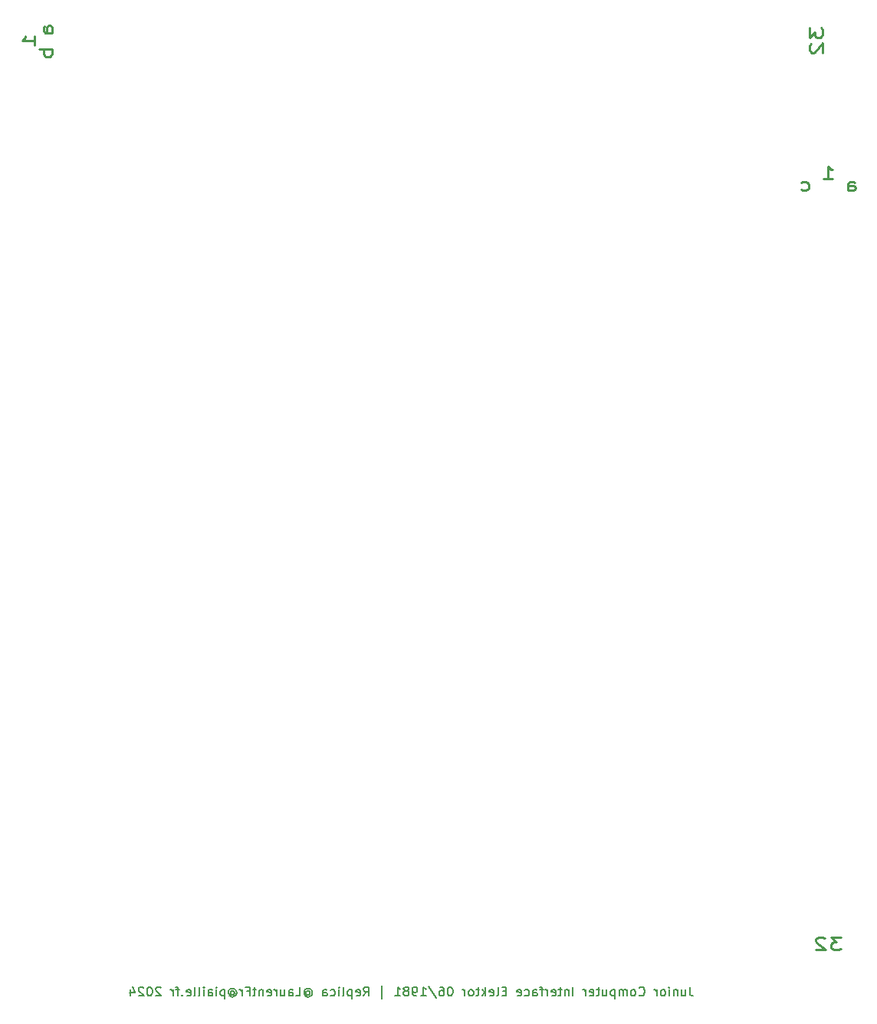
<source format=gbr>
G04 #@! TF.GenerationSoftware,KiCad,Pcbnew,8.0.2*
G04 #@! TF.CreationDate,2024-11-11T11:32:27+01:00*
G04 #@! TF.ProjectId,junior-interface,6a756e69-6f72-42d6-996e-746572666163,rev?*
G04 #@! TF.SameCoordinates,Original*
G04 #@! TF.FileFunction,Legend,Bot*
G04 #@! TF.FilePolarity,Positive*
%FSLAX46Y46*%
G04 Gerber Fmt 4.6, Leading zero omitted, Abs format (unit mm)*
G04 Created by KiCad (PCBNEW 8.0.2) date 2024-11-11 11:32:27*
%MOMM*%
%LPD*%
G01*
G04 APERTURE LIST*
%ADD10C,0.150000*%
%ADD11C,0.250000*%
G04 APERTURE END LIST*
D10*
X232377506Y-148869819D02*
X232377506Y-149584104D01*
X232377506Y-149584104D02*
X232425125Y-149726961D01*
X232425125Y-149726961D02*
X232520363Y-149822200D01*
X232520363Y-149822200D02*
X232663220Y-149869819D01*
X232663220Y-149869819D02*
X232758458Y-149869819D01*
X231472744Y-149203152D02*
X231472744Y-149869819D01*
X231901315Y-149203152D02*
X231901315Y-149726961D01*
X231901315Y-149726961D02*
X231853696Y-149822200D01*
X231853696Y-149822200D02*
X231758458Y-149869819D01*
X231758458Y-149869819D02*
X231615601Y-149869819D01*
X231615601Y-149869819D02*
X231520363Y-149822200D01*
X231520363Y-149822200D02*
X231472744Y-149774580D01*
X230996553Y-149203152D02*
X230996553Y-149869819D01*
X230996553Y-149298390D02*
X230948934Y-149250771D01*
X230948934Y-149250771D02*
X230853696Y-149203152D01*
X230853696Y-149203152D02*
X230710839Y-149203152D01*
X230710839Y-149203152D02*
X230615601Y-149250771D01*
X230615601Y-149250771D02*
X230567982Y-149346009D01*
X230567982Y-149346009D02*
X230567982Y-149869819D01*
X230091791Y-149869819D02*
X230091791Y-149203152D01*
X230091791Y-148869819D02*
X230139410Y-148917438D01*
X230139410Y-148917438D02*
X230091791Y-148965057D01*
X230091791Y-148965057D02*
X230044172Y-148917438D01*
X230044172Y-148917438D02*
X230091791Y-148869819D01*
X230091791Y-148869819D02*
X230091791Y-148965057D01*
X229472744Y-149869819D02*
X229567982Y-149822200D01*
X229567982Y-149822200D02*
X229615601Y-149774580D01*
X229615601Y-149774580D02*
X229663220Y-149679342D01*
X229663220Y-149679342D02*
X229663220Y-149393628D01*
X229663220Y-149393628D02*
X229615601Y-149298390D01*
X229615601Y-149298390D02*
X229567982Y-149250771D01*
X229567982Y-149250771D02*
X229472744Y-149203152D01*
X229472744Y-149203152D02*
X229329887Y-149203152D01*
X229329887Y-149203152D02*
X229234649Y-149250771D01*
X229234649Y-149250771D02*
X229187030Y-149298390D01*
X229187030Y-149298390D02*
X229139411Y-149393628D01*
X229139411Y-149393628D02*
X229139411Y-149679342D01*
X229139411Y-149679342D02*
X229187030Y-149774580D01*
X229187030Y-149774580D02*
X229234649Y-149822200D01*
X229234649Y-149822200D02*
X229329887Y-149869819D01*
X229329887Y-149869819D02*
X229472744Y-149869819D01*
X228710839Y-149869819D02*
X228710839Y-149203152D01*
X228710839Y-149393628D02*
X228663220Y-149298390D01*
X228663220Y-149298390D02*
X228615601Y-149250771D01*
X228615601Y-149250771D02*
X228520363Y-149203152D01*
X228520363Y-149203152D02*
X228425125Y-149203152D01*
X226758458Y-149774580D02*
X226806077Y-149822200D01*
X226806077Y-149822200D02*
X226948934Y-149869819D01*
X226948934Y-149869819D02*
X227044172Y-149869819D01*
X227044172Y-149869819D02*
X227187029Y-149822200D01*
X227187029Y-149822200D02*
X227282267Y-149726961D01*
X227282267Y-149726961D02*
X227329886Y-149631723D01*
X227329886Y-149631723D02*
X227377505Y-149441247D01*
X227377505Y-149441247D02*
X227377505Y-149298390D01*
X227377505Y-149298390D02*
X227329886Y-149107914D01*
X227329886Y-149107914D02*
X227282267Y-149012676D01*
X227282267Y-149012676D02*
X227187029Y-148917438D01*
X227187029Y-148917438D02*
X227044172Y-148869819D01*
X227044172Y-148869819D02*
X226948934Y-148869819D01*
X226948934Y-148869819D02*
X226806077Y-148917438D01*
X226806077Y-148917438D02*
X226758458Y-148965057D01*
X226187029Y-149869819D02*
X226282267Y-149822200D01*
X226282267Y-149822200D02*
X226329886Y-149774580D01*
X226329886Y-149774580D02*
X226377505Y-149679342D01*
X226377505Y-149679342D02*
X226377505Y-149393628D01*
X226377505Y-149393628D02*
X226329886Y-149298390D01*
X226329886Y-149298390D02*
X226282267Y-149250771D01*
X226282267Y-149250771D02*
X226187029Y-149203152D01*
X226187029Y-149203152D02*
X226044172Y-149203152D01*
X226044172Y-149203152D02*
X225948934Y-149250771D01*
X225948934Y-149250771D02*
X225901315Y-149298390D01*
X225901315Y-149298390D02*
X225853696Y-149393628D01*
X225853696Y-149393628D02*
X225853696Y-149679342D01*
X225853696Y-149679342D02*
X225901315Y-149774580D01*
X225901315Y-149774580D02*
X225948934Y-149822200D01*
X225948934Y-149822200D02*
X226044172Y-149869819D01*
X226044172Y-149869819D02*
X226187029Y-149869819D01*
X225425124Y-149869819D02*
X225425124Y-149203152D01*
X225425124Y-149298390D02*
X225377505Y-149250771D01*
X225377505Y-149250771D02*
X225282267Y-149203152D01*
X225282267Y-149203152D02*
X225139410Y-149203152D01*
X225139410Y-149203152D02*
X225044172Y-149250771D01*
X225044172Y-149250771D02*
X224996553Y-149346009D01*
X224996553Y-149346009D02*
X224996553Y-149869819D01*
X224996553Y-149346009D02*
X224948934Y-149250771D01*
X224948934Y-149250771D02*
X224853696Y-149203152D01*
X224853696Y-149203152D02*
X224710839Y-149203152D01*
X224710839Y-149203152D02*
X224615600Y-149250771D01*
X224615600Y-149250771D02*
X224567981Y-149346009D01*
X224567981Y-149346009D02*
X224567981Y-149869819D01*
X224091791Y-149203152D02*
X224091791Y-150203152D01*
X224091791Y-149250771D02*
X223996553Y-149203152D01*
X223996553Y-149203152D02*
X223806077Y-149203152D01*
X223806077Y-149203152D02*
X223710839Y-149250771D01*
X223710839Y-149250771D02*
X223663220Y-149298390D01*
X223663220Y-149298390D02*
X223615601Y-149393628D01*
X223615601Y-149393628D02*
X223615601Y-149679342D01*
X223615601Y-149679342D02*
X223663220Y-149774580D01*
X223663220Y-149774580D02*
X223710839Y-149822200D01*
X223710839Y-149822200D02*
X223806077Y-149869819D01*
X223806077Y-149869819D02*
X223996553Y-149869819D01*
X223996553Y-149869819D02*
X224091791Y-149822200D01*
X222758458Y-149203152D02*
X222758458Y-149869819D01*
X223187029Y-149203152D02*
X223187029Y-149726961D01*
X223187029Y-149726961D02*
X223139410Y-149822200D01*
X223139410Y-149822200D02*
X223044172Y-149869819D01*
X223044172Y-149869819D02*
X222901315Y-149869819D01*
X222901315Y-149869819D02*
X222806077Y-149822200D01*
X222806077Y-149822200D02*
X222758458Y-149774580D01*
X222425124Y-149203152D02*
X222044172Y-149203152D01*
X222282267Y-148869819D02*
X222282267Y-149726961D01*
X222282267Y-149726961D02*
X222234648Y-149822200D01*
X222234648Y-149822200D02*
X222139410Y-149869819D01*
X222139410Y-149869819D02*
X222044172Y-149869819D01*
X221329886Y-149822200D02*
X221425124Y-149869819D01*
X221425124Y-149869819D02*
X221615600Y-149869819D01*
X221615600Y-149869819D02*
X221710838Y-149822200D01*
X221710838Y-149822200D02*
X221758457Y-149726961D01*
X221758457Y-149726961D02*
X221758457Y-149346009D01*
X221758457Y-149346009D02*
X221710838Y-149250771D01*
X221710838Y-149250771D02*
X221615600Y-149203152D01*
X221615600Y-149203152D02*
X221425124Y-149203152D01*
X221425124Y-149203152D02*
X221329886Y-149250771D01*
X221329886Y-149250771D02*
X221282267Y-149346009D01*
X221282267Y-149346009D02*
X221282267Y-149441247D01*
X221282267Y-149441247D02*
X221758457Y-149536485D01*
X220853695Y-149869819D02*
X220853695Y-149203152D01*
X220853695Y-149393628D02*
X220806076Y-149298390D01*
X220806076Y-149298390D02*
X220758457Y-149250771D01*
X220758457Y-149250771D02*
X220663219Y-149203152D01*
X220663219Y-149203152D02*
X220567981Y-149203152D01*
X219472742Y-149869819D02*
X219472742Y-148869819D01*
X218996552Y-149203152D02*
X218996552Y-149869819D01*
X218996552Y-149298390D02*
X218948933Y-149250771D01*
X218948933Y-149250771D02*
X218853695Y-149203152D01*
X218853695Y-149203152D02*
X218710838Y-149203152D01*
X218710838Y-149203152D02*
X218615600Y-149250771D01*
X218615600Y-149250771D02*
X218567981Y-149346009D01*
X218567981Y-149346009D02*
X218567981Y-149869819D01*
X218234647Y-149203152D02*
X217853695Y-149203152D01*
X218091790Y-148869819D02*
X218091790Y-149726961D01*
X218091790Y-149726961D02*
X218044171Y-149822200D01*
X218044171Y-149822200D02*
X217948933Y-149869819D01*
X217948933Y-149869819D02*
X217853695Y-149869819D01*
X217139409Y-149822200D02*
X217234647Y-149869819D01*
X217234647Y-149869819D02*
X217425123Y-149869819D01*
X217425123Y-149869819D02*
X217520361Y-149822200D01*
X217520361Y-149822200D02*
X217567980Y-149726961D01*
X217567980Y-149726961D02*
X217567980Y-149346009D01*
X217567980Y-149346009D02*
X217520361Y-149250771D01*
X217520361Y-149250771D02*
X217425123Y-149203152D01*
X217425123Y-149203152D02*
X217234647Y-149203152D01*
X217234647Y-149203152D02*
X217139409Y-149250771D01*
X217139409Y-149250771D02*
X217091790Y-149346009D01*
X217091790Y-149346009D02*
X217091790Y-149441247D01*
X217091790Y-149441247D02*
X217567980Y-149536485D01*
X216663218Y-149869819D02*
X216663218Y-149203152D01*
X216663218Y-149393628D02*
X216615599Y-149298390D01*
X216615599Y-149298390D02*
X216567980Y-149250771D01*
X216567980Y-149250771D02*
X216472742Y-149203152D01*
X216472742Y-149203152D02*
X216377504Y-149203152D01*
X216187027Y-149203152D02*
X215806075Y-149203152D01*
X216044170Y-149869819D02*
X216044170Y-149012676D01*
X216044170Y-149012676D02*
X215996551Y-148917438D01*
X215996551Y-148917438D02*
X215901313Y-148869819D01*
X215901313Y-148869819D02*
X215806075Y-148869819D01*
X215044170Y-149869819D02*
X215044170Y-149346009D01*
X215044170Y-149346009D02*
X215091789Y-149250771D01*
X215091789Y-149250771D02*
X215187027Y-149203152D01*
X215187027Y-149203152D02*
X215377503Y-149203152D01*
X215377503Y-149203152D02*
X215472741Y-149250771D01*
X215044170Y-149822200D02*
X215139408Y-149869819D01*
X215139408Y-149869819D02*
X215377503Y-149869819D01*
X215377503Y-149869819D02*
X215472741Y-149822200D01*
X215472741Y-149822200D02*
X215520360Y-149726961D01*
X215520360Y-149726961D02*
X215520360Y-149631723D01*
X215520360Y-149631723D02*
X215472741Y-149536485D01*
X215472741Y-149536485D02*
X215377503Y-149488866D01*
X215377503Y-149488866D02*
X215139408Y-149488866D01*
X215139408Y-149488866D02*
X215044170Y-149441247D01*
X214139408Y-149822200D02*
X214234646Y-149869819D01*
X214234646Y-149869819D02*
X214425122Y-149869819D01*
X214425122Y-149869819D02*
X214520360Y-149822200D01*
X214520360Y-149822200D02*
X214567979Y-149774580D01*
X214567979Y-149774580D02*
X214615598Y-149679342D01*
X214615598Y-149679342D02*
X214615598Y-149393628D01*
X214615598Y-149393628D02*
X214567979Y-149298390D01*
X214567979Y-149298390D02*
X214520360Y-149250771D01*
X214520360Y-149250771D02*
X214425122Y-149203152D01*
X214425122Y-149203152D02*
X214234646Y-149203152D01*
X214234646Y-149203152D02*
X214139408Y-149250771D01*
X213329884Y-149822200D02*
X213425122Y-149869819D01*
X213425122Y-149869819D02*
X213615598Y-149869819D01*
X213615598Y-149869819D02*
X213710836Y-149822200D01*
X213710836Y-149822200D02*
X213758455Y-149726961D01*
X213758455Y-149726961D02*
X213758455Y-149346009D01*
X213758455Y-149346009D02*
X213710836Y-149250771D01*
X213710836Y-149250771D02*
X213615598Y-149203152D01*
X213615598Y-149203152D02*
X213425122Y-149203152D01*
X213425122Y-149203152D02*
X213329884Y-149250771D01*
X213329884Y-149250771D02*
X213282265Y-149346009D01*
X213282265Y-149346009D02*
X213282265Y-149441247D01*
X213282265Y-149441247D02*
X213758455Y-149536485D01*
X212091788Y-149346009D02*
X211758455Y-149346009D01*
X211615598Y-149869819D02*
X212091788Y-149869819D01*
X212091788Y-149869819D02*
X212091788Y-148869819D01*
X212091788Y-148869819D02*
X211615598Y-148869819D01*
X211044169Y-149869819D02*
X211139407Y-149822200D01*
X211139407Y-149822200D02*
X211187026Y-149726961D01*
X211187026Y-149726961D02*
X211187026Y-148869819D01*
X210282264Y-149822200D02*
X210377502Y-149869819D01*
X210377502Y-149869819D02*
X210567978Y-149869819D01*
X210567978Y-149869819D02*
X210663216Y-149822200D01*
X210663216Y-149822200D02*
X210710835Y-149726961D01*
X210710835Y-149726961D02*
X210710835Y-149346009D01*
X210710835Y-149346009D02*
X210663216Y-149250771D01*
X210663216Y-149250771D02*
X210567978Y-149203152D01*
X210567978Y-149203152D02*
X210377502Y-149203152D01*
X210377502Y-149203152D02*
X210282264Y-149250771D01*
X210282264Y-149250771D02*
X210234645Y-149346009D01*
X210234645Y-149346009D02*
X210234645Y-149441247D01*
X210234645Y-149441247D02*
X210710835Y-149536485D01*
X209806073Y-149869819D02*
X209806073Y-148869819D01*
X209710835Y-149488866D02*
X209425121Y-149869819D01*
X209425121Y-149203152D02*
X209806073Y-149584104D01*
X209139406Y-149203152D02*
X208758454Y-149203152D01*
X208996549Y-148869819D02*
X208996549Y-149726961D01*
X208996549Y-149726961D02*
X208948930Y-149822200D01*
X208948930Y-149822200D02*
X208853692Y-149869819D01*
X208853692Y-149869819D02*
X208758454Y-149869819D01*
X208282263Y-149869819D02*
X208377501Y-149822200D01*
X208377501Y-149822200D02*
X208425120Y-149774580D01*
X208425120Y-149774580D02*
X208472739Y-149679342D01*
X208472739Y-149679342D02*
X208472739Y-149393628D01*
X208472739Y-149393628D02*
X208425120Y-149298390D01*
X208425120Y-149298390D02*
X208377501Y-149250771D01*
X208377501Y-149250771D02*
X208282263Y-149203152D01*
X208282263Y-149203152D02*
X208139406Y-149203152D01*
X208139406Y-149203152D02*
X208044168Y-149250771D01*
X208044168Y-149250771D02*
X207996549Y-149298390D01*
X207996549Y-149298390D02*
X207948930Y-149393628D01*
X207948930Y-149393628D02*
X207948930Y-149679342D01*
X207948930Y-149679342D02*
X207996549Y-149774580D01*
X207996549Y-149774580D02*
X208044168Y-149822200D01*
X208044168Y-149822200D02*
X208139406Y-149869819D01*
X208139406Y-149869819D02*
X208282263Y-149869819D01*
X207520358Y-149869819D02*
X207520358Y-149203152D01*
X207520358Y-149393628D02*
X207472739Y-149298390D01*
X207472739Y-149298390D02*
X207425120Y-149250771D01*
X207425120Y-149250771D02*
X207329882Y-149203152D01*
X207329882Y-149203152D02*
X207234644Y-149203152D01*
X205948929Y-148869819D02*
X205853691Y-148869819D01*
X205853691Y-148869819D02*
X205758453Y-148917438D01*
X205758453Y-148917438D02*
X205710834Y-148965057D01*
X205710834Y-148965057D02*
X205663215Y-149060295D01*
X205663215Y-149060295D02*
X205615596Y-149250771D01*
X205615596Y-149250771D02*
X205615596Y-149488866D01*
X205615596Y-149488866D02*
X205663215Y-149679342D01*
X205663215Y-149679342D02*
X205710834Y-149774580D01*
X205710834Y-149774580D02*
X205758453Y-149822200D01*
X205758453Y-149822200D02*
X205853691Y-149869819D01*
X205853691Y-149869819D02*
X205948929Y-149869819D01*
X205948929Y-149869819D02*
X206044167Y-149822200D01*
X206044167Y-149822200D02*
X206091786Y-149774580D01*
X206091786Y-149774580D02*
X206139405Y-149679342D01*
X206139405Y-149679342D02*
X206187024Y-149488866D01*
X206187024Y-149488866D02*
X206187024Y-149250771D01*
X206187024Y-149250771D02*
X206139405Y-149060295D01*
X206139405Y-149060295D02*
X206091786Y-148965057D01*
X206091786Y-148965057D02*
X206044167Y-148917438D01*
X206044167Y-148917438D02*
X205948929Y-148869819D01*
X204758453Y-148869819D02*
X204948929Y-148869819D01*
X204948929Y-148869819D02*
X205044167Y-148917438D01*
X205044167Y-148917438D02*
X205091786Y-148965057D01*
X205091786Y-148965057D02*
X205187024Y-149107914D01*
X205187024Y-149107914D02*
X205234643Y-149298390D01*
X205234643Y-149298390D02*
X205234643Y-149679342D01*
X205234643Y-149679342D02*
X205187024Y-149774580D01*
X205187024Y-149774580D02*
X205139405Y-149822200D01*
X205139405Y-149822200D02*
X205044167Y-149869819D01*
X205044167Y-149869819D02*
X204853691Y-149869819D01*
X204853691Y-149869819D02*
X204758453Y-149822200D01*
X204758453Y-149822200D02*
X204710834Y-149774580D01*
X204710834Y-149774580D02*
X204663215Y-149679342D01*
X204663215Y-149679342D02*
X204663215Y-149441247D01*
X204663215Y-149441247D02*
X204710834Y-149346009D01*
X204710834Y-149346009D02*
X204758453Y-149298390D01*
X204758453Y-149298390D02*
X204853691Y-149250771D01*
X204853691Y-149250771D02*
X205044167Y-149250771D01*
X205044167Y-149250771D02*
X205139405Y-149298390D01*
X205139405Y-149298390D02*
X205187024Y-149346009D01*
X205187024Y-149346009D02*
X205234643Y-149441247D01*
X203520358Y-148822200D02*
X204377500Y-150107914D01*
X202663215Y-149869819D02*
X203234643Y-149869819D01*
X202948929Y-149869819D02*
X202948929Y-148869819D01*
X202948929Y-148869819D02*
X203044167Y-149012676D01*
X203044167Y-149012676D02*
X203139405Y-149107914D01*
X203139405Y-149107914D02*
X203234643Y-149155533D01*
X202187024Y-149869819D02*
X201996548Y-149869819D01*
X201996548Y-149869819D02*
X201901310Y-149822200D01*
X201901310Y-149822200D02*
X201853691Y-149774580D01*
X201853691Y-149774580D02*
X201758453Y-149631723D01*
X201758453Y-149631723D02*
X201710834Y-149441247D01*
X201710834Y-149441247D02*
X201710834Y-149060295D01*
X201710834Y-149060295D02*
X201758453Y-148965057D01*
X201758453Y-148965057D02*
X201806072Y-148917438D01*
X201806072Y-148917438D02*
X201901310Y-148869819D01*
X201901310Y-148869819D02*
X202091786Y-148869819D01*
X202091786Y-148869819D02*
X202187024Y-148917438D01*
X202187024Y-148917438D02*
X202234643Y-148965057D01*
X202234643Y-148965057D02*
X202282262Y-149060295D01*
X202282262Y-149060295D02*
X202282262Y-149298390D01*
X202282262Y-149298390D02*
X202234643Y-149393628D01*
X202234643Y-149393628D02*
X202187024Y-149441247D01*
X202187024Y-149441247D02*
X202091786Y-149488866D01*
X202091786Y-149488866D02*
X201901310Y-149488866D01*
X201901310Y-149488866D02*
X201806072Y-149441247D01*
X201806072Y-149441247D02*
X201758453Y-149393628D01*
X201758453Y-149393628D02*
X201710834Y-149298390D01*
X201139405Y-149298390D02*
X201234643Y-149250771D01*
X201234643Y-149250771D02*
X201282262Y-149203152D01*
X201282262Y-149203152D02*
X201329881Y-149107914D01*
X201329881Y-149107914D02*
X201329881Y-149060295D01*
X201329881Y-149060295D02*
X201282262Y-148965057D01*
X201282262Y-148965057D02*
X201234643Y-148917438D01*
X201234643Y-148917438D02*
X201139405Y-148869819D01*
X201139405Y-148869819D02*
X200948929Y-148869819D01*
X200948929Y-148869819D02*
X200853691Y-148917438D01*
X200853691Y-148917438D02*
X200806072Y-148965057D01*
X200806072Y-148965057D02*
X200758453Y-149060295D01*
X200758453Y-149060295D02*
X200758453Y-149107914D01*
X200758453Y-149107914D02*
X200806072Y-149203152D01*
X200806072Y-149203152D02*
X200853691Y-149250771D01*
X200853691Y-149250771D02*
X200948929Y-149298390D01*
X200948929Y-149298390D02*
X201139405Y-149298390D01*
X201139405Y-149298390D02*
X201234643Y-149346009D01*
X201234643Y-149346009D02*
X201282262Y-149393628D01*
X201282262Y-149393628D02*
X201329881Y-149488866D01*
X201329881Y-149488866D02*
X201329881Y-149679342D01*
X201329881Y-149679342D02*
X201282262Y-149774580D01*
X201282262Y-149774580D02*
X201234643Y-149822200D01*
X201234643Y-149822200D02*
X201139405Y-149869819D01*
X201139405Y-149869819D02*
X200948929Y-149869819D01*
X200948929Y-149869819D02*
X200853691Y-149822200D01*
X200853691Y-149822200D02*
X200806072Y-149774580D01*
X200806072Y-149774580D02*
X200758453Y-149679342D01*
X200758453Y-149679342D02*
X200758453Y-149488866D01*
X200758453Y-149488866D02*
X200806072Y-149393628D01*
X200806072Y-149393628D02*
X200853691Y-149346009D01*
X200853691Y-149346009D02*
X200948929Y-149298390D01*
X199806072Y-149869819D02*
X200377500Y-149869819D01*
X200091786Y-149869819D02*
X200091786Y-148869819D01*
X200091786Y-148869819D02*
X200187024Y-149012676D01*
X200187024Y-149012676D02*
X200282262Y-149107914D01*
X200282262Y-149107914D02*
X200377500Y-149155533D01*
X198377500Y-150203152D02*
X198377500Y-148774580D01*
X196329881Y-149869819D02*
X196663214Y-149393628D01*
X196901309Y-149869819D02*
X196901309Y-148869819D01*
X196901309Y-148869819D02*
X196520357Y-148869819D01*
X196520357Y-148869819D02*
X196425119Y-148917438D01*
X196425119Y-148917438D02*
X196377500Y-148965057D01*
X196377500Y-148965057D02*
X196329881Y-149060295D01*
X196329881Y-149060295D02*
X196329881Y-149203152D01*
X196329881Y-149203152D02*
X196377500Y-149298390D01*
X196377500Y-149298390D02*
X196425119Y-149346009D01*
X196425119Y-149346009D02*
X196520357Y-149393628D01*
X196520357Y-149393628D02*
X196901309Y-149393628D01*
X195520357Y-149822200D02*
X195615595Y-149869819D01*
X195615595Y-149869819D02*
X195806071Y-149869819D01*
X195806071Y-149869819D02*
X195901309Y-149822200D01*
X195901309Y-149822200D02*
X195948928Y-149726961D01*
X195948928Y-149726961D02*
X195948928Y-149346009D01*
X195948928Y-149346009D02*
X195901309Y-149250771D01*
X195901309Y-149250771D02*
X195806071Y-149203152D01*
X195806071Y-149203152D02*
X195615595Y-149203152D01*
X195615595Y-149203152D02*
X195520357Y-149250771D01*
X195520357Y-149250771D02*
X195472738Y-149346009D01*
X195472738Y-149346009D02*
X195472738Y-149441247D01*
X195472738Y-149441247D02*
X195948928Y-149536485D01*
X195044166Y-149203152D02*
X195044166Y-150203152D01*
X195044166Y-149250771D02*
X194948928Y-149203152D01*
X194948928Y-149203152D02*
X194758452Y-149203152D01*
X194758452Y-149203152D02*
X194663214Y-149250771D01*
X194663214Y-149250771D02*
X194615595Y-149298390D01*
X194615595Y-149298390D02*
X194567976Y-149393628D01*
X194567976Y-149393628D02*
X194567976Y-149679342D01*
X194567976Y-149679342D02*
X194615595Y-149774580D01*
X194615595Y-149774580D02*
X194663214Y-149822200D01*
X194663214Y-149822200D02*
X194758452Y-149869819D01*
X194758452Y-149869819D02*
X194948928Y-149869819D01*
X194948928Y-149869819D02*
X195044166Y-149822200D01*
X193996547Y-149869819D02*
X194091785Y-149822200D01*
X194091785Y-149822200D02*
X194139404Y-149726961D01*
X194139404Y-149726961D02*
X194139404Y-148869819D01*
X193615594Y-149869819D02*
X193615594Y-149203152D01*
X193615594Y-148869819D02*
X193663213Y-148917438D01*
X193663213Y-148917438D02*
X193615594Y-148965057D01*
X193615594Y-148965057D02*
X193567975Y-148917438D01*
X193567975Y-148917438D02*
X193615594Y-148869819D01*
X193615594Y-148869819D02*
X193615594Y-148965057D01*
X192710833Y-149822200D02*
X192806071Y-149869819D01*
X192806071Y-149869819D02*
X192996547Y-149869819D01*
X192996547Y-149869819D02*
X193091785Y-149822200D01*
X193091785Y-149822200D02*
X193139404Y-149774580D01*
X193139404Y-149774580D02*
X193187023Y-149679342D01*
X193187023Y-149679342D02*
X193187023Y-149393628D01*
X193187023Y-149393628D02*
X193139404Y-149298390D01*
X193139404Y-149298390D02*
X193091785Y-149250771D01*
X193091785Y-149250771D02*
X192996547Y-149203152D01*
X192996547Y-149203152D02*
X192806071Y-149203152D01*
X192806071Y-149203152D02*
X192710833Y-149250771D01*
X191853690Y-149869819D02*
X191853690Y-149346009D01*
X191853690Y-149346009D02*
X191901309Y-149250771D01*
X191901309Y-149250771D02*
X191996547Y-149203152D01*
X191996547Y-149203152D02*
X192187023Y-149203152D01*
X192187023Y-149203152D02*
X192282261Y-149250771D01*
X191853690Y-149822200D02*
X191948928Y-149869819D01*
X191948928Y-149869819D02*
X192187023Y-149869819D01*
X192187023Y-149869819D02*
X192282261Y-149822200D01*
X192282261Y-149822200D02*
X192329880Y-149726961D01*
X192329880Y-149726961D02*
X192329880Y-149631723D01*
X192329880Y-149631723D02*
X192282261Y-149536485D01*
X192282261Y-149536485D02*
X192187023Y-149488866D01*
X192187023Y-149488866D02*
X191948928Y-149488866D01*
X191948928Y-149488866D02*
X191853690Y-149441247D01*
X189996547Y-149393628D02*
X190044166Y-149346009D01*
X190044166Y-149346009D02*
X190139404Y-149298390D01*
X190139404Y-149298390D02*
X190234642Y-149298390D01*
X190234642Y-149298390D02*
X190329880Y-149346009D01*
X190329880Y-149346009D02*
X190377499Y-149393628D01*
X190377499Y-149393628D02*
X190425118Y-149488866D01*
X190425118Y-149488866D02*
X190425118Y-149584104D01*
X190425118Y-149584104D02*
X190377499Y-149679342D01*
X190377499Y-149679342D02*
X190329880Y-149726961D01*
X190329880Y-149726961D02*
X190234642Y-149774580D01*
X190234642Y-149774580D02*
X190139404Y-149774580D01*
X190139404Y-149774580D02*
X190044166Y-149726961D01*
X190044166Y-149726961D02*
X189996547Y-149679342D01*
X189996547Y-149298390D02*
X189996547Y-149679342D01*
X189996547Y-149679342D02*
X189948928Y-149726961D01*
X189948928Y-149726961D02*
X189901309Y-149726961D01*
X189901309Y-149726961D02*
X189806070Y-149679342D01*
X189806070Y-149679342D02*
X189758451Y-149584104D01*
X189758451Y-149584104D02*
X189758451Y-149346009D01*
X189758451Y-149346009D02*
X189853690Y-149203152D01*
X189853690Y-149203152D02*
X189996547Y-149107914D01*
X189996547Y-149107914D02*
X190187023Y-149060295D01*
X190187023Y-149060295D02*
X190377499Y-149107914D01*
X190377499Y-149107914D02*
X190520356Y-149203152D01*
X190520356Y-149203152D02*
X190615594Y-149346009D01*
X190615594Y-149346009D02*
X190663213Y-149536485D01*
X190663213Y-149536485D02*
X190615594Y-149726961D01*
X190615594Y-149726961D02*
X190520356Y-149869819D01*
X190520356Y-149869819D02*
X190377499Y-149965057D01*
X190377499Y-149965057D02*
X190187023Y-150012676D01*
X190187023Y-150012676D02*
X189996547Y-149965057D01*
X189996547Y-149965057D02*
X189853690Y-149869819D01*
X188853690Y-149869819D02*
X189329880Y-149869819D01*
X189329880Y-149869819D02*
X189329880Y-148869819D01*
X188091785Y-149869819D02*
X188091785Y-149346009D01*
X188091785Y-149346009D02*
X188139404Y-149250771D01*
X188139404Y-149250771D02*
X188234642Y-149203152D01*
X188234642Y-149203152D02*
X188425118Y-149203152D01*
X188425118Y-149203152D02*
X188520356Y-149250771D01*
X188091785Y-149822200D02*
X188187023Y-149869819D01*
X188187023Y-149869819D02*
X188425118Y-149869819D01*
X188425118Y-149869819D02*
X188520356Y-149822200D01*
X188520356Y-149822200D02*
X188567975Y-149726961D01*
X188567975Y-149726961D02*
X188567975Y-149631723D01*
X188567975Y-149631723D02*
X188520356Y-149536485D01*
X188520356Y-149536485D02*
X188425118Y-149488866D01*
X188425118Y-149488866D02*
X188187023Y-149488866D01*
X188187023Y-149488866D02*
X188091785Y-149441247D01*
X187187023Y-149203152D02*
X187187023Y-149869819D01*
X187615594Y-149203152D02*
X187615594Y-149726961D01*
X187615594Y-149726961D02*
X187567975Y-149822200D01*
X187567975Y-149822200D02*
X187472737Y-149869819D01*
X187472737Y-149869819D02*
X187329880Y-149869819D01*
X187329880Y-149869819D02*
X187234642Y-149822200D01*
X187234642Y-149822200D02*
X187187023Y-149774580D01*
X186710832Y-149869819D02*
X186710832Y-149203152D01*
X186710832Y-149393628D02*
X186663213Y-149298390D01*
X186663213Y-149298390D02*
X186615594Y-149250771D01*
X186615594Y-149250771D02*
X186520356Y-149203152D01*
X186520356Y-149203152D02*
X186425118Y-149203152D01*
X185710832Y-149822200D02*
X185806070Y-149869819D01*
X185806070Y-149869819D02*
X185996546Y-149869819D01*
X185996546Y-149869819D02*
X186091784Y-149822200D01*
X186091784Y-149822200D02*
X186139403Y-149726961D01*
X186139403Y-149726961D02*
X186139403Y-149346009D01*
X186139403Y-149346009D02*
X186091784Y-149250771D01*
X186091784Y-149250771D02*
X185996546Y-149203152D01*
X185996546Y-149203152D02*
X185806070Y-149203152D01*
X185806070Y-149203152D02*
X185710832Y-149250771D01*
X185710832Y-149250771D02*
X185663213Y-149346009D01*
X185663213Y-149346009D02*
X185663213Y-149441247D01*
X185663213Y-149441247D02*
X186139403Y-149536485D01*
X185234641Y-149203152D02*
X185234641Y-149869819D01*
X185234641Y-149298390D02*
X185187022Y-149250771D01*
X185187022Y-149250771D02*
X185091784Y-149203152D01*
X185091784Y-149203152D02*
X184948927Y-149203152D01*
X184948927Y-149203152D02*
X184853689Y-149250771D01*
X184853689Y-149250771D02*
X184806070Y-149346009D01*
X184806070Y-149346009D02*
X184806070Y-149869819D01*
X184472736Y-149203152D02*
X184091784Y-149203152D01*
X184329879Y-148869819D02*
X184329879Y-149726961D01*
X184329879Y-149726961D02*
X184282260Y-149822200D01*
X184282260Y-149822200D02*
X184187022Y-149869819D01*
X184187022Y-149869819D02*
X184091784Y-149869819D01*
X183425117Y-149346009D02*
X183758450Y-149346009D01*
X183758450Y-149869819D02*
X183758450Y-148869819D01*
X183758450Y-148869819D02*
X183282260Y-148869819D01*
X182901307Y-149869819D02*
X182901307Y-149203152D01*
X182901307Y-149393628D02*
X182853688Y-149298390D01*
X182853688Y-149298390D02*
X182806069Y-149250771D01*
X182806069Y-149250771D02*
X182710831Y-149203152D01*
X182710831Y-149203152D02*
X182615593Y-149203152D01*
X181663212Y-149393628D02*
X181710831Y-149346009D01*
X181710831Y-149346009D02*
X181806069Y-149298390D01*
X181806069Y-149298390D02*
X181901307Y-149298390D01*
X181901307Y-149298390D02*
X181996545Y-149346009D01*
X181996545Y-149346009D02*
X182044164Y-149393628D01*
X182044164Y-149393628D02*
X182091783Y-149488866D01*
X182091783Y-149488866D02*
X182091783Y-149584104D01*
X182091783Y-149584104D02*
X182044164Y-149679342D01*
X182044164Y-149679342D02*
X181996545Y-149726961D01*
X181996545Y-149726961D02*
X181901307Y-149774580D01*
X181901307Y-149774580D02*
X181806069Y-149774580D01*
X181806069Y-149774580D02*
X181710831Y-149726961D01*
X181710831Y-149726961D02*
X181663212Y-149679342D01*
X181663212Y-149298390D02*
X181663212Y-149679342D01*
X181663212Y-149679342D02*
X181615593Y-149726961D01*
X181615593Y-149726961D02*
X181567974Y-149726961D01*
X181567974Y-149726961D02*
X181472735Y-149679342D01*
X181472735Y-149679342D02*
X181425116Y-149584104D01*
X181425116Y-149584104D02*
X181425116Y-149346009D01*
X181425116Y-149346009D02*
X181520355Y-149203152D01*
X181520355Y-149203152D02*
X181663212Y-149107914D01*
X181663212Y-149107914D02*
X181853688Y-149060295D01*
X181853688Y-149060295D02*
X182044164Y-149107914D01*
X182044164Y-149107914D02*
X182187021Y-149203152D01*
X182187021Y-149203152D02*
X182282259Y-149346009D01*
X182282259Y-149346009D02*
X182329878Y-149536485D01*
X182329878Y-149536485D02*
X182282259Y-149726961D01*
X182282259Y-149726961D02*
X182187021Y-149869819D01*
X182187021Y-149869819D02*
X182044164Y-149965057D01*
X182044164Y-149965057D02*
X181853688Y-150012676D01*
X181853688Y-150012676D02*
X181663212Y-149965057D01*
X181663212Y-149965057D02*
X181520355Y-149869819D01*
X180996545Y-149203152D02*
X180996545Y-150203152D01*
X180996545Y-149250771D02*
X180901307Y-149203152D01*
X180901307Y-149203152D02*
X180710831Y-149203152D01*
X180710831Y-149203152D02*
X180615593Y-149250771D01*
X180615593Y-149250771D02*
X180567974Y-149298390D01*
X180567974Y-149298390D02*
X180520355Y-149393628D01*
X180520355Y-149393628D02*
X180520355Y-149679342D01*
X180520355Y-149679342D02*
X180567974Y-149774580D01*
X180567974Y-149774580D02*
X180615593Y-149822200D01*
X180615593Y-149822200D02*
X180710831Y-149869819D01*
X180710831Y-149869819D02*
X180901307Y-149869819D01*
X180901307Y-149869819D02*
X180996545Y-149822200D01*
X180091783Y-149869819D02*
X180091783Y-149203152D01*
X180091783Y-148869819D02*
X180139402Y-148917438D01*
X180139402Y-148917438D02*
X180091783Y-148965057D01*
X180091783Y-148965057D02*
X180044164Y-148917438D01*
X180044164Y-148917438D02*
X180091783Y-148869819D01*
X180091783Y-148869819D02*
X180091783Y-148965057D01*
X179187022Y-149869819D02*
X179187022Y-149346009D01*
X179187022Y-149346009D02*
X179234641Y-149250771D01*
X179234641Y-149250771D02*
X179329879Y-149203152D01*
X179329879Y-149203152D02*
X179520355Y-149203152D01*
X179520355Y-149203152D02*
X179615593Y-149250771D01*
X179187022Y-149822200D02*
X179282260Y-149869819D01*
X179282260Y-149869819D02*
X179520355Y-149869819D01*
X179520355Y-149869819D02*
X179615593Y-149822200D01*
X179615593Y-149822200D02*
X179663212Y-149726961D01*
X179663212Y-149726961D02*
X179663212Y-149631723D01*
X179663212Y-149631723D02*
X179615593Y-149536485D01*
X179615593Y-149536485D02*
X179520355Y-149488866D01*
X179520355Y-149488866D02*
X179282260Y-149488866D01*
X179282260Y-149488866D02*
X179187022Y-149441247D01*
X178710831Y-149869819D02*
X178710831Y-149203152D01*
X178710831Y-148869819D02*
X178758450Y-148917438D01*
X178758450Y-148917438D02*
X178710831Y-148965057D01*
X178710831Y-148965057D02*
X178663212Y-148917438D01*
X178663212Y-148917438D02*
X178710831Y-148869819D01*
X178710831Y-148869819D02*
X178710831Y-148965057D01*
X178091784Y-149869819D02*
X178187022Y-149822200D01*
X178187022Y-149822200D02*
X178234641Y-149726961D01*
X178234641Y-149726961D02*
X178234641Y-148869819D01*
X177567974Y-149869819D02*
X177663212Y-149822200D01*
X177663212Y-149822200D02*
X177710831Y-149726961D01*
X177710831Y-149726961D02*
X177710831Y-148869819D01*
X176806069Y-149822200D02*
X176901307Y-149869819D01*
X176901307Y-149869819D02*
X177091783Y-149869819D01*
X177091783Y-149869819D02*
X177187021Y-149822200D01*
X177187021Y-149822200D02*
X177234640Y-149726961D01*
X177234640Y-149726961D02*
X177234640Y-149346009D01*
X177234640Y-149346009D02*
X177187021Y-149250771D01*
X177187021Y-149250771D02*
X177091783Y-149203152D01*
X177091783Y-149203152D02*
X176901307Y-149203152D01*
X176901307Y-149203152D02*
X176806069Y-149250771D01*
X176806069Y-149250771D02*
X176758450Y-149346009D01*
X176758450Y-149346009D02*
X176758450Y-149441247D01*
X176758450Y-149441247D02*
X177234640Y-149536485D01*
X176329878Y-149774580D02*
X176282259Y-149822200D01*
X176282259Y-149822200D02*
X176329878Y-149869819D01*
X176329878Y-149869819D02*
X176377497Y-149822200D01*
X176377497Y-149822200D02*
X176329878Y-149774580D01*
X176329878Y-149774580D02*
X176329878Y-149869819D01*
X175996545Y-149203152D02*
X175615593Y-149203152D01*
X175853688Y-149869819D02*
X175853688Y-149012676D01*
X175853688Y-149012676D02*
X175806069Y-148917438D01*
X175806069Y-148917438D02*
X175710831Y-148869819D01*
X175710831Y-148869819D02*
X175615593Y-148869819D01*
X175282259Y-149869819D02*
X175282259Y-149203152D01*
X175282259Y-149393628D02*
X175234640Y-149298390D01*
X175234640Y-149298390D02*
X175187021Y-149250771D01*
X175187021Y-149250771D02*
X175091783Y-149203152D01*
X175091783Y-149203152D02*
X174996545Y-149203152D01*
X173948925Y-148965057D02*
X173901306Y-148917438D01*
X173901306Y-148917438D02*
X173806068Y-148869819D01*
X173806068Y-148869819D02*
X173567973Y-148869819D01*
X173567973Y-148869819D02*
X173472735Y-148917438D01*
X173472735Y-148917438D02*
X173425116Y-148965057D01*
X173425116Y-148965057D02*
X173377497Y-149060295D01*
X173377497Y-149060295D02*
X173377497Y-149155533D01*
X173377497Y-149155533D02*
X173425116Y-149298390D01*
X173425116Y-149298390D02*
X173996544Y-149869819D01*
X173996544Y-149869819D02*
X173377497Y-149869819D01*
X172758449Y-148869819D02*
X172663211Y-148869819D01*
X172663211Y-148869819D02*
X172567973Y-148917438D01*
X172567973Y-148917438D02*
X172520354Y-148965057D01*
X172520354Y-148965057D02*
X172472735Y-149060295D01*
X172472735Y-149060295D02*
X172425116Y-149250771D01*
X172425116Y-149250771D02*
X172425116Y-149488866D01*
X172425116Y-149488866D02*
X172472735Y-149679342D01*
X172472735Y-149679342D02*
X172520354Y-149774580D01*
X172520354Y-149774580D02*
X172567973Y-149822200D01*
X172567973Y-149822200D02*
X172663211Y-149869819D01*
X172663211Y-149869819D02*
X172758449Y-149869819D01*
X172758449Y-149869819D02*
X172853687Y-149822200D01*
X172853687Y-149822200D02*
X172901306Y-149774580D01*
X172901306Y-149774580D02*
X172948925Y-149679342D01*
X172948925Y-149679342D02*
X172996544Y-149488866D01*
X172996544Y-149488866D02*
X172996544Y-149250771D01*
X172996544Y-149250771D02*
X172948925Y-149060295D01*
X172948925Y-149060295D02*
X172901306Y-148965057D01*
X172901306Y-148965057D02*
X172853687Y-148917438D01*
X172853687Y-148917438D02*
X172758449Y-148869819D01*
X172044163Y-148965057D02*
X171996544Y-148917438D01*
X171996544Y-148917438D02*
X171901306Y-148869819D01*
X171901306Y-148869819D02*
X171663211Y-148869819D01*
X171663211Y-148869819D02*
X171567973Y-148917438D01*
X171567973Y-148917438D02*
X171520354Y-148965057D01*
X171520354Y-148965057D02*
X171472735Y-149060295D01*
X171472735Y-149060295D02*
X171472735Y-149155533D01*
X171472735Y-149155533D02*
X171520354Y-149298390D01*
X171520354Y-149298390D02*
X172091782Y-149869819D01*
X172091782Y-149869819D02*
X171472735Y-149869819D01*
X170615592Y-149203152D02*
X170615592Y-149869819D01*
X170853687Y-148822200D02*
X171091782Y-149536485D01*
X171091782Y-149536485D02*
X170472735Y-149536485D01*
D11*
X249804285Y-60959666D02*
X249804285Y-60226333D01*
X249804285Y-60226333D02*
X249889999Y-60093000D01*
X249889999Y-60093000D02*
X250061427Y-60026333D01*
X250061427Y-60026333D02*
X250404285Y-60026333D01*
X250404285Y-60026333D02*
X250575713Y-60093000D01*
X249804285Y-60893000D02*
X249975713Y-60959666D01*
X249975713Y-60959666D02*
X250404285Y-60959666D01*
X250404285Y-60959666D02*
X250575713Y-60893000D01*
X250575713Y-60893000D02*
X250661427Y-60759666D01*
X250661427Y-60759666D02*
X250661427Y-60626333D01*
X250661427Y-60626333D02*
X250575713Y-60493000D01*
X250575713Y-60493000D02*
X250404285Y-60426333D01*
X250404285Y-60426333D02*
X249975713Y-60426333D01*
X249975713Y-60426333D02*
X249804285Y-60359666D01*
X249107143Y-143379666D02*
X247992857Y-143379666D01*
X247992857Y-143379666D02*
X248592857Y-143913000D01*
X248592857Y-143913000D02*
X248335714Y-143913000D01*
X248335714Y-143913000D02*
X248164286Y-143979666D01*
X248164286Y-143979666D02*
X248078571Y-144046333D01*
X248078571Y-144046333D02*
X247992857Y-144179666D01*
X247992857Y-144179666D02*
X247992857Y-144513000D01*
X247992857Y-144513000D02*
X248078571Y-144646333D01*
X248078571Y-144646333D02*
X248164286Y-144713000D01*
X248164286Y-144713000D02*
X248335714Y-144779666D01*
X248335714Y-144779666D02*
X248850000Y-144779666D01*
X248850000Y-144779666D02*
X249021428Y-144713000D01*
X249021428Y-144713000D02*
X249107143Y-144646333D01*
X247307142Y-143513000D02*
X247221428Y-143446333D01*
X247221428Y-143446333D02*
X247050000Y-143379666D01*
X247050000Y-143379666D02*
X246621428Y-143379666D01*
X246621428Y-143379666D02*
X246450000Y-143446333D01*
X246450000Y-143446333D02*
X246364285Y-143513000D01*
X246364285Y-143513000D02*
X246278571Y-143646333D01*
X246278571Y-143646333D02*
X246278571Y-143779666D01*
X246278571Y-143779666D02*
X246364285Y-143979666D01*
X246364285Y-143979666D02*
X247392857Y-144779666D01*
X247392857Y-144779666D02*
X246278571Y-144779666D01*
X244681428Y-60893000D02*
X244852856Y-60959666D01*
X244852856Y-60959666D02*
X245195713Y-60959666D01*
X245195713Y-60959666D02*
X245367142Y-60893000D01*
X245367142Y-60893000D02*
X245452856Y-60826333D01*
X245452856Y-60826333D02*
X245538570Y-60693000D01*
X245538570Y-60693000D02*
X245538570Y-60293000D01*
X245538570Y-60293000D02*
X245452856Y-60159666D01*
X245452856Y-60159666D02*
X245367142Y-60093000D01*
X245367142Y-60093000D02*
X245195713Y-60026333D01*
X245195713Y-60026333D02*
X244852856Y-60026333D01*
X244852856Y-60026333D02*
X244681428Y-60093000D01*
X247135714Y-59689666D02*
X248164285Y-59689666D01*
X247650000Y-59689666D02*
X247650000Y-58289666D01*
X247650000Y-58289666D02*
X247821428Y-58489666D01*
X247821428Y-58489666D02*
X247992857Y-58623000D01*
X247992857Y-58623000D02*
X248164285Y-58689666D01*
X161924666Y-43565715D02*
X161191333Y-43565715D01*
X161191333Y-43565715D02*
X161058000Y-43480000D01*
X161058000Y-43480000D02*
X160991333Y-43308572D01*
X160991333Y-43308572D02*
X160991333Y-42965715D01*
X160991333Y-42965715D02*
X161058000Y-42794286D01*
X161858000Y-43565715D02*
X161924666Y-43394286D01*
X161924666Y-43394286D02*
X161924666Y-42965715D01*
X161924666Y-42965715D02*
X161858000Y-42794286D01*
X161858000Y-42794286D02*
X161724666Y-42708572D01*
X161724666Y-42708572D02*
X161591333Y-42708572D01*
X161591333Y-42708572D02*
X161458000Y-42794286D01*
X161458000Y-42794286D02*
X161391333Y-42965715D01*
X161391333Y-42965715D02*
X161391333Y-43394286D01*
X161391333Y-43394286D02*
X161324666Y-43565715D01*
X161924666Y-45334286D02*
X160524666Y-45334286D01*
X161058000Y-45334286D02*
X160991333Y-45505715D01*
X160991333Y-45505715D02*
X160991333Y-45848572D01*
X160991333Y-45848572D02*
X161058000Y-46020000D01*
X161058000Y-46020000D02*
X161124666Y-46105715D01*
X161124666Y-46105715D02*
X161258000Y-46191429D01*
X161258000Y-46191429D02*
X161658000Y-46191429D01*
X161658000Y-46191429D02*
X161791333Y-46105715D01*
X161791333Y-46105715D02*
X161858000Y-46020000D01*
X161858000Y-46020000D02*
X161924666Y-45848572D01*
X161924666Y-45848572D02*
X161924666Y-45505715D01*
X161924666Y-45505715D02*
X161858000Y-45334286D01*
X245614666Y-42992856D02*
X245614666Y-44107142D01*
X245614666Y-44107142D02*
X246148000Y-43507142D01*
X246148000Y-43507142D02*
X246148000Y-43764285D01*
X246148000Y-43764285D02*
X246214666Y-43935714D01*
X246214666Y-43935714D02*
X246281333Y-44021428D01*
X246281333Y-44021428D02*
X246414666Y-44107142D01*
X246414666Y-44107142D02*
X246748000Y-44107142D01*
X246748000Y-44107142D02*
X246881333Y-44021428D01*
X246881333Y-44021428D02*
X246948000Y-43935714D01*
X246948000Y-43935714D02*
X247014666Y-43764285D01*
X247014666Y-43764285D02*
X247014666Y-43249999D01*
X247014666Y-43249999D02*
X246948000Y-43078571D01*
X246948000Y-43078571D02*
X246881333Y-42992856D01*
X245748000Y-44792857D02*
X245681333Y-44878571D01*
X245681333Y-44878571D02*
X245614666Y-45050000D01*
X245614666Y-45050000D02*
X245614666Y-45478571D01*
X245614666Y-45478571D02*
X245681333Y-45650000D01*
X245681333Y-45650000D02*
X245748000Y-45735714D01*
X245748000Y-45735714D02*
X245881333Y-45821428D01*
X245881333Y-45821428D02*
X246014666Y-45821428D01*
X246014666Y-45821428D02*
X246214666Y-45735714D01*
X246214666Y-45735714D02*
X247014666Y-44707142D01*
X247014666Y-44707142D02*
X247014666Y-45821428D01*
X160019666Y-44964285D02*
X160019666Y-43935714D01*
X160019666Y-44449999D02*
X158619666Y-44449999D01*
X158619666Y-44449999D02*
X158819666Y-44278571D01*
X158819666Y-44278571D02*
X158953000Y-44107142D01*
X158953000Y-44107142D02*
X159019666Y-43935714D01*
M02*

</source>
